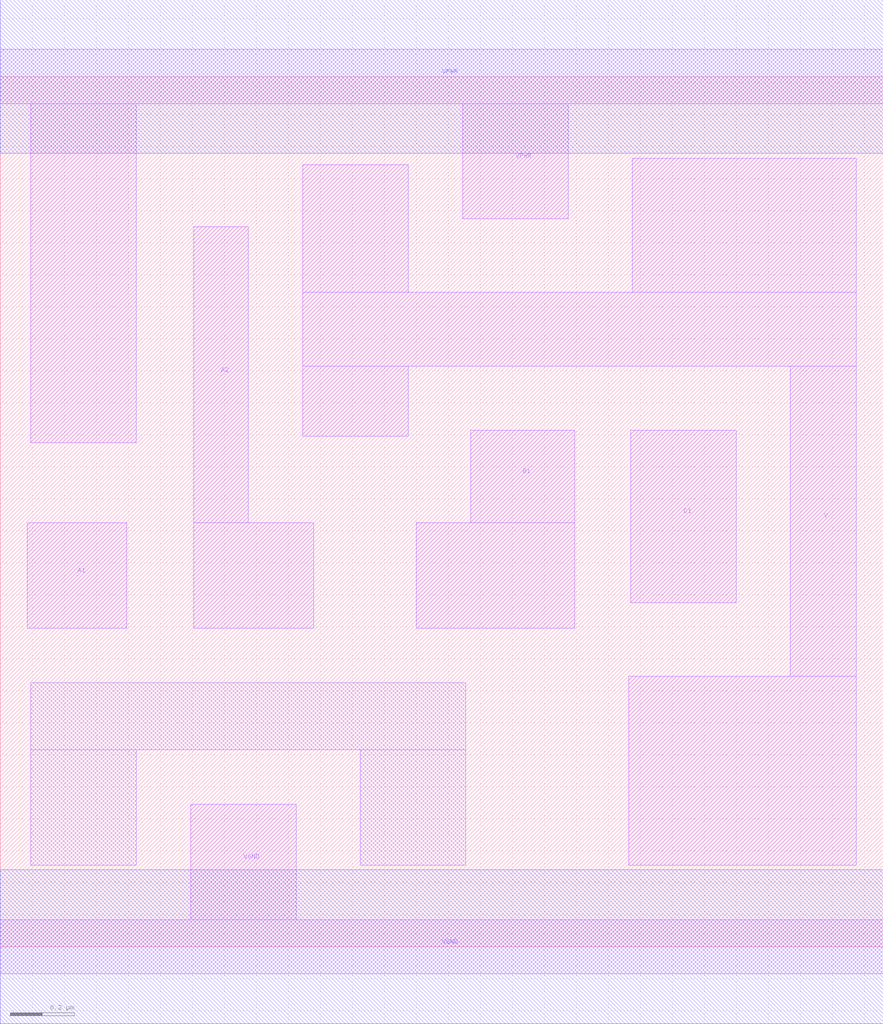
<source format=lef>
# Copyright 2020 The SkyWater PDK Authors
#
# Licensed under the Apache License, Version 2.0 (the "License");
# you may not use this file except in compliance with the License.
# You may obtain a copy of the License at
#
#     https://www.apache.org/licenses/LICENSE-2.0
#
# Unless required by applicable law or agreed to in writing, software
# distributed under the License is distributed on an "AS IS" BASIS,
# WITHOUT WARRANTIES OR CONDITIONS OF ANY KIND, either express or implied.
# See the License for the specific language governing permissions and
# limitations under the License.
#
# SPDX-License-Identifier: Apache-2.0

VERSION 5.5 ;
NAMESCASESENSITIVE ON ;
BUSBITCHARS "[]" ;
DIVIDERCHAR "/" ;
MACRO sky130_fd_sc_hd__o211ai_1
  CLASS CORE ;
  SOURCE USER ;
  ORIGIN  0.000000  0.000000 ;
  SIZE  2.760000 BY  2.720000 ;
  SYMMETRY X Y R90 ;
  SITE unithd ;
  PIN A1
    ANTENNAGATEAREA  0.247500 ;
    DIRECTION INPUT ;
    USE SIGNAL ;
    PORT
      LAYER li1 ;
        RECT 0.085000 0.995000 0.395000 1.325000 ;
    END
  END A1
  PIN A2
    ANTENNAGATEAREA  0.247500 ;
    DIRECTION INPUT ;
    USE SIGNAL ;
    PORT
      LAYER li1 ;
        RECT 0.605000 0.995000 0.980000 1.325000 ;
        RECT 0.605000 1.325000 0.775000 2.250000 ;
    END
  END A2
  PIN B1
    ANTENNAGATEAREA  0.247500 ;
    DIRECTION INPUT ;
    USE SIGNAL ;
    PORT
      LAYER li1 ;
        RECT 1.300000 0.995000 1.795000 1.325000 ;
        RECT 1.470000 1.325000 1.795000 1.615000 ;
    END
  END B1
  PIN C1
    ANTENNAGATEAREA  0.247500 ;
    DIRECTION INPUT ;
    USE SIGNAL ;
    PORT
      LAYER li1 ;
        RECT 1.970000 1.075000 2.300000 1.615000 ;
    END
  END C1
  PIN Y
    ANTENNADIFFAREA  1.418250 ;
    DIRECTION OUTPUT ;
    USE SIGNAL ;
    PORT
      LAYER li1 ;
        RECT 0.945000 1.595000 1.275000 1.815000 ;
        RECT 0.945000 1.815000 2.675000 2.045000 ;
        RECT 0.945000 2.045000 1.275000 2.445000 ;
        RECT 1.965000 0.255000 2.675000 0.845000 ;
        RECT 1.975000 2.045000 2.675000 2.465000 ;
        RECT 2.470000 0.845000 2.675000 1.815000 ;
    END
  END Y
  PIN VGND
    DIRECTION INOUT ;
    SHAPE ABUTMENT ;
    USE GROUND ;
    PORT
      LAYER li1 ;
        RECT 0.000000 -0.085000 2.760000 0.085000 ;
        RECT 0.595000  0.085000 0.925000 0.445000 ;
    END
    PORT
      LAYER met1 ;
        RECT 0.000000 -0.240000 2.760000 0.240000 ;
    END
  END VGND
  PIN VPWR
    DIRECTION INOUT ;
    SHAPE ABUTMENT ;
    USE POWER ;
    PORT
      LAYER li1 ;
        RECT 0.000000 2.635000 2.760000 2.805000 ;
        RECT 0.095000 1.575000 0.425000 2.635000 ;
        RECT 1.445000 2.275000 1.775000 2.635000 ;
    END
    PORT
      LAYER met1 ;
        RECT 0.000000 2.480000 2.760000 2.960000 ;
    END
  END VPWR
  OBS
    LAYER li1 ;
      RECT 0.095000 0.255000 0.425000 0.615000 ;
      RECT 0.095000 0.615000 1.455000 0.825000 ;
      RECT 1.125000 0.255000 1.455000 0.615000 ;
  END
END sky130_fd_sc_hd__o211ai_1

</source>
